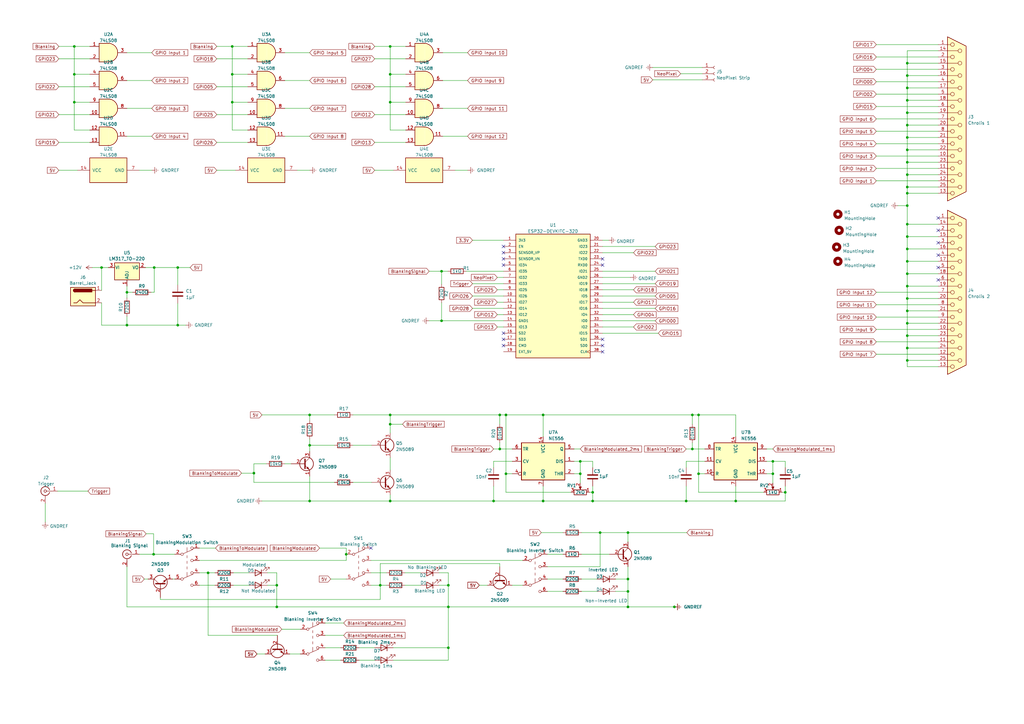
<source format=kicad_sch>
(kicad_sch (version 20230121) (generator eeschema)
  (paper "A3")
  (junction (at 72.898 133.35))
  (junction (at 372.11 132.588))
  (junction (at 63.246 109.728))
  (junction (at 52.07 133.35))
  (junction (at 141.986 227.33))
  (junction (at 160.02 205.486))
  (junction (at 222.758 205.486))
  (junction (at 257.556 248.92))
  (junction (at 286.512 170.18))
  (junction (at 316.992 194.31))
  (junction (at 246.126 218.44))
  (junction (at 283.972 170.18))
  (junction (at 243.078 201.93))
  (junction (at 372.11 25.908))
  (junction (at 207.518 194.31))
  (junction (at 30.48 19.05))
  (junction (at 207.518 170.18))
  (junction (at 372.11 102.108))
  (junction (at 41.656 109.728))
  (junction (at 322.072 201.93))
  (junction (at 104.14 194.056))
  (junction (at 204.978 170.18))
  (junction (at 372.11 142.748))
  (junction (at 95.25 30.48))
  (junction (at 222.758 170.18))
  (junction (at 372.11 107.188))
  (junction (at 127 205.486))
  (junction (at 181.102 131.572))
  (junction (at 372.11 30.988))
  (junction (at 372.11 112.268))
  (junction (at 204.978 184.15))
  (junction (at 85.344 234.95))
  (junction (at 372.11 79.248))
  (junction (at 160.02 170.18))
  (junction (at 160.02 173.99))
  (junction (at 95.25 41.91))
  (junction (at 72.898 109.728))
  (junction (at 372.11 41.148))
  (junction (at 202.438 205.486))
  (junction (at 372.11 84.328))
  (junction (at 243.078 205.486))
  (junction (at 372.11 127.508))
  (junction (at 160.02 41.91))
  (junction (at 52.07 119.888))
  (junction (at 183.896 265.684))
  (junction (at 372.11 137.668))
  (junction (at 237.998 189.23))
  (junction (at 286.512 194.31))
  (junction (at 257.556 218.44))
  (junction (at 257.556 237.49))
  (junction (at 183.896 248.92))
  (junction (at 372.11 66.548))
  (junction (at 127 182.626))
  (junction (at 372.11 56.388))
  (junction (at 127 170.18))
  (junction (at 301.752 205.486))
  (junction (at 372.11 51.308))
  (junction (at 281.432 205.486))
  (junction (at 372.11 71.628))
  (junction (at 160.02 30.48))
  (junction (at 276.606 248.92))
  (junction (at 155.956 240.03))
  (junction (at 181.102 111.252))
  (junction (at 372.11 36.068))
  (junction (at 372.11 117.348))
  (junction (at 30.48 41.91))
  (junction (at 372.11 97.028))
  (junction (at 372.11 147.828))
  (junction (at 183.896 240.03))
  (junction (at 113.538 240.03))
  (junction (at 257.556 242.57))
  (junction (at 95.25 19.05))
  (junction (at 372.11 122.428))
  (junction (at 372.11 76.708))
  (junction (at 62.992 227.33))
  (junction (at 372.11 46.228))
  (junction (at 372.11 91.948))
  (junction (at 30.48 30.48))
  (junction (at 372.11 61.468))
  (junction (at 113.538 248.92))
  (junction (at 283.972 184.15))
  (junction (at 237.998 194.31))
  (junction (at 316.992 189.23))
  (junction (at 160.02 19.05))
  (no_connect (at 206.502 106.172))
  (no_connect (at 206.502 141.732))
  (no_connect (at 206.502 101.092))
  (no_connect (at 152.146 224.79))
  (no_connect (at 247.142 144.272))
  (no_connect (at 206.502 136.652))
  (no_connect (at 206.502 108.712))
  (no_connect (at 384.81 89.408))
  (no_connect (at 384.81 94.488))
  (no_connect (at 384.81 104.648))
  (no_connect (at 384.81 99.568))
  (no_connect (at 384.81 109.728))
  (no_connect (at 384.81 114.808))
  (no_connect (at 247.142 106.172))
  (no_connect (at 206.502 103.632))
  (no_connect (at 247.142 141.732))
  (no_connect (at 247.142 108.712))
  (no_connect (at 247.142 139.192))
  (no_connect (at 206.502 139.192))
  (wire (pts (xy 283.972 184.15) (xy 289.052 184.15)))
  (wire (pts (xy 41.656 109.728) (xy 44.45 109.728)))
  (wire (pts (xy 181.61 55.88) (xy 191.77 55.88)))
  (wire (pts (xy 222.758 170.18) (xy 283.972 170.18)))
  (wire (pts (xy 57.15 69.85) (xy 62.23 69.85)))
  (wire (pts (xy 62.992 227.33) (xy 71.628 227.33)))
  (wire (pts (xy 183.896 248.92) (xy 183.896 265.684)))
  (wire (pts (xy 144.78 182.626) (xy 152.4 182.626)))
  (wire (pts (xy 235.458 189.23) (xy 237.998 189.23)))
  (wire (pts (xy 359.41 145.288) (xy 384.81 145.288)))
  (wire (pts (xy 115.57 258.064) (xy 123.19 258.064)))
  (wire (pts (xy 314.452 184.15) (xy 316.992 184.15)))
  (wire (pts (xy 139.7 265.684) (xy 133.35 265.684)))
  (wire (pts (xy 52.07 117.348) (xy 52.07 119.888)))
  (wire (pts (xy 301.752 205.486) (xy 322.072 205.486)))
  (wire (pts (xy 193.802 98.552) (xy 206.502 98.552)))
  (wire (pts (xy 359.41 124.968) (xy 384.81 124.968)))
  (wire (pts (xy 153.67 24.13) (xy 166.37 24.13)))
  (wire (pts (xy 202.438 199.39) (xy 202.438 205.486)))
  (wire (pts (xy 247.142 98.552) (xy 249.682 98.552)))
  (wire (pts (xy 133.35 260.604) (xy 140.97 260.604)))
  (wire (pts (xy 359.41 43.688) (xy 384.81 43.688)))
  (wire (pts (xy 160.02 19.05) (xy 166.37 19.05)))
  (wire (pts (xy 283.972 181.61) (xy 283.972 184.15)))
  (wire (pts (xy 281.432 199.39) (xy 281.432 205.486)))
  (wire (pts (xy 18.542 206.502) (xy 18.542 214.122)))
  (wire (pts (xy 127 182.626) (xy 127 180.086)))
  (wire (pts (xy 279.146 30.226) (xy 288.036 30.226)))
  (wire (pts (xy 301.752 170.18) (xy 301.752 179.07)))
  (wire (pts (xy 105.41 268.224) (xy 108.712 268.224)))
  (wire (pts (xy 372.11 66.548) (xy 384.81 66.548)))
  (wire (pts (xy 121.92 69.85) (xy 127 69.85)))
  (wire (pts (xy 243.078 199.39) (xy 243.078 201.93)))
  (wire (pts (xy 127 170.18) (xy 137.16 170.18)))
  (wire (pts (xy 180.086 234.95) (xy 183.896 234.95)))
  (wire (pts (xy 257.556 218.44) (xy 281.686 218.44)))
  (wire (pts (xy 243.078 189.23) (xy 243.078 191.77)))
  (wire (pts (xy 359.41 18.288) (xy 384.81 18.288)))
  (wire (pts (xy 283.972 170.18) (xy 286.512 170.18)))
  (wire (pts (xy 153.67 35.56) (xy 166.37 35.56)))
  (wire (pts (xy 52.07 44.45) (xy 62.23 44.45)))
  (wire (pts (xy 257.556 218.44) (xy 257.556 222.25)))
  (wire (pts (xy 30.48 19.05) (xy 36.83 19.05)))
  (wire (pts (xy 183.896 234.95) (xy 183.896 240.03)))
  (wire (pts (xy 257.556 242.57) (xy 252.476 242.57)))
  (wire (pts (xy 372.11 107.188) (xy 384.81 107.188)))
  (wire (pts (xy 30.48 41.91) (xy 30.48 53.34)))
  (wire (pts (xy 372.11 102.108) (xy 384.81 102.108)))
  (wire (pts (xy 286.512 201.93) (xy 313.182 201.93)))
  (wire (pts (xy 322.072 201.93) (xy 322.072 205.486)))
  (wire (pts (xy 372.11 66.548) (xy 372.11 71.628)))
  (wire (pts (xy 316.992 189.23) (xy 316.992 194.31)))
  (wire (pts (xy 52.07 21.59) (xy 62.23 21.59)))
  (wire (pts (xy 52.07 119.888) (xy 54.356 119.888)))
  (wire (pts (xy 57.15 227.33) (xy 62.992 227.33)))
  (wire (pts (xy 160.02 173.99) (xy 160.02 177.546)))
  (wire (pts (xy 153.67 69.85) (xy 161.29 69.85)))
  (wire (pts (xy 316.992 189.23) (xy 322.072 189.23)))
  (wire (pts (xy 322.072 189.23) (xy 322.072 191.77)))
  (wire (pts (xy 247.142 118.872) (xy 259.842 118.872)))
  (wire (pts (xy 41.656 124.206) (xy 41.656 133.35)))
  (wire (pts (xy 183.896 265.684) (xy 183.896 270.764)))
  (wire (pts (xy 316.992 194.31) (xy 316.992 198.12)))
  (wire (pts (xy 238.506 218.44) (xy 246.126 218.44)))
  (wire (pts (xy 113.538 240.03) (xy 113.538 248.92)))
  (wire (pts (xy 36.83 30.48) (xy 30.48 30.48)))
  (wire (pts (xy 372.11 97.028) (xy 384.81 97.028)))
  (wire (pts (xy 372.11 137.668) (xy 384.81 137.668)))
  (wire (pts (xy 210.058 240.03) (xy 214.376 240.03)))
  (wire (pts (xy 181.61 44.45) (xy 191.77 44.45)))
  (wire (pts (xy 109.22 190.246) (xy 104.14 190.246)))
  (wire (pts (xy 267.716 32.766) (xy 288.036 32.766)))
  (wire (pts (xy 152.146 229.87) (xy 214.376 229.87)))
  (wire (pts (xy 243.078 201.93) (xy 243.078 205.486)))
  (wire (pts (xy 372.11 142.748) (xy 384.81 142.748)))
  (wire (pts (xy 372.11 117.348) (xy 372.11 122.428)))
  (wire (pts (xy 63.246 109.728) (xy 72.898 109.728)))
  (wire (pts (xy 359.41 140.208) (xy 384.81 140.208)))
  (wire (pts (xy 243.078 205.486) (xy 281.432 205.486)))
  (wire (pts (xy 30.48 30.48) (xy 30.48 19.05)))
  (wire (pts (xy 30.48 41.91) (xy 36.83 41.91)))
  (wire (pts (xy 202.438 184.15) (xy 204.978 184.15)))
  (wire (pts (xy 160.02 187.706) (xy 160.02 192.786)))
  (wire (pts (xy 384.81 91.948) (xy 372.11 91.948)))
  (wire (pts (xy 109.728 240.03) (xy 113.538 240.03)))
  (wire (pts (xy 99.06 194.056) (xy 104.14 194.056)))
  (wire (pts (xy 107.442 205.486) (xy 127 205.486)))
  (wire (pts (xy 237.998 194.31) (xy 237.998 198.12)))
  (wire (pts (xy 153.67 270.764) (xy 147.32 270.764)))
  (wire (pts (xy 257.556 237.49) (xy 257.556 242.57)))
  (wire (pts (xy 59.69 109.728) (xy 63.246 109.728)))
  (wire (pts (xy 59.944 218.948) (xy 62.992 218.948)))
  (wire (pts (xy 237.998 189.23) (xy 243.078 189.23)))
  (wire (pts (xy 155.956 240.03) (xy 158.496 240.03)))
  (wire (pts (xy 113.538 234.95) (xy 113.538 240.03)))
  (wire (pts (xy 133.35 255.524) (xy 140.97 255.524)))
  (wire (pts (xy 181.61 21.59) (xy 191.77 21.59)))
  (wire (pts (xy 210.058 194.31) (xy 207.518 194.31)))
  (wire (pts (xy 221.996 218.44) (xy 230.886 218.44)))
  (wire (pts (xy 95.25 41.91) (xy 101.6 41.91)))
  (wire (pts (xy 24.13 24.13) (xy 36.83 24.13)))
  (wire (pts (xy 101.6 30.48) (xy 95.25 30.48)))
  (wire (pts (xy 207.518 194.31) (xy 207.518 201.93)))
  (wire (pts (xy 203.962 134.112) (xy 206.502 134.112)))
  (wire (pts (xy 104.14 197.866) (xy 137.16 197.866)))
  (wire (pts (xy 153.67 265.684) (xy 147.32 265.684)))
  (wire (pts (xy 203.962 118.872) (xy 206.502 118.872)))
  (wire (pts (xy 70.866 237.49) (xy 71.628 237.49)))
  (wire (pts (xy 52.07 232.41) (xy 52.07 248.92)))
  (wire (pts (xy 286.512 170.18) (xy 286.512 194.31)))
  (wire (pts (xy 176.022 131.572) (xy 181.102 131.572)))
  (wire (pts (xy 141.986 237.49) (xy 135.636 237.49)))
  (wire (pts (xy 359.41 135.128) (xy 384.81 135.128)))
  (wire (pts (xy 372.11 41.148) (xy 384.81 41.148)))
  (wire (pts (xy 372.11 51.308) (xy 384.81 51.308)))
  (wire (pts (xy 359.41 23.368) (xy 384.81 23.368)))
  (wire (pts (xy 127 205.486) (xy 160.02 205.486)))
  (wire (pts (xy 372.11 122.428) (xy 384.81 122.428)))
  (wire (pts (xy 384.81 150.368) (xy 372.11 150.368)))
  (wire (pts (xy 127 195.326) (xy 127 205.486)))
  (wire (pts (xy 222.758 199.39) (xy 222.758 205.486)))
  (wire (pts (xy 257.556 248.92) (xy 276.606 248.92)))
  (wire (pts (xy 24.13 58.42) (xy 36.83 58.42)))
  (wire (pts (xy 127 170.18) (xy 127 172.466)))
  (wire (pts (xy 72.898 109.728) (xy 77.978 109.728)))
  (wire (pts (xy 204.978 170.18) (xy 204.978 173.99)))
  (wire (pts (xy 116.84 44.45) (xy 127 44.45)))
  (wire (pts (xy 372.11 71.628) (xy 384.81 71.628)))
  (wire (pts (xy 202.438 189.23) (xy 202.438 191.77)))
  (wire (pts (xy 246.126 218.44) (xy 246.126 232.41)))
  (wire (pts (xy 95.25 41.91) (xy 95.25 53.34)))
  (wire (pts (xy 95.25 30.48) (xy 95.25 41.91)))
  (wire (pts (xy 95.25 30.48) (xy 95.25 19.05)))
  (wire (pts (xy 384.81 20.828) (xy 372.11 20.828)))
  (wire (pts (xy 257.556 232.41) (xy 257.556 237.49)))
  (wire (pts (xy 283.972 170.18) (xy 283.972 173.99)))
  (wire (pts (xy 113.538 234.95) (xy 109.728 234.95)))
  (wire (pts (xy 230.886 237.49) (xy 224.536 237.49)))
  (wire (pts (xy 267.716 27.686) (xy 288.036 27.686)))
  (wire (pts (xy 113.538 248.92) (xy 52.07 248.92)))
  (wire (pts (xy 372.11 61.468) (xy 372.11 66.548)))
  (wire (pts (xy 359.41 130.048) (xy 384.81 130.048)))
  (wire (pts (xy 322.072 199.39) (xy 322.072 201.93)))
  (wire (pts (xy 88.9 19.05) (xy 95.25 19.05)))
  (wire (pts (xy 202.438 205.486) (xy 222.758 205.486)))
  (wire (pts (xy 384.81 79.248) (xy 372.11 79.248)))
  (wire (pts (xy 193.802 126.492) (xy 206.502 126.492)))
  (wire (pts (xy 281.432 205.486) (xy 301.752 205.486)))
  (wire (pts (xy 116.84 21.59) (xy 127 21.59)))
  (wire (pts (xy 88.9 35.56) (xy 101.6 35.56)))
  (wire (pts (xy 118.872 268.224) (xy 123.19 268.224)))
  (wire (pts (xy 257.556 242.57) (xy 257.556 248.92)))
  (wire (pts (xy 372.11 147.828) (xy 372.11 150.368)))
  (wire (pts (xy 372.11 127.508) (xy 372.11 132.588)))
  (wire (pts (xy 107.442 170.18) (xy 127 170.18)))
  (wire (pts (xy 144.78 197.866) (xy 152.4 197.866)))
  (wire (pts (xy 372.11 25.908) (xy 372.11 30.988)))
  (wire (pts (xy 372.11 30.988) (xy 372.11 36.068)))
  (wire (pts (xy 281.432 189.23) (xy 289.052 189.23)))
  (wire (pts (xy 180.086 240.03) (xy 183.896 240.03)))
  (wire (pts (xy 359.41 64.008) (xy 384.81 64.008)))
  (wire (pts (xy 235.458 194.31) (xy 237.998 194.31)))
  (wire (pts (xy 372.11 25.908) (xy 384.81 25.908)))
  (wire (pts (xy 247.142 134.112) (xy 259.842 134.112)))
  (wire (pts (xy 246.126 232.41) (xy 224.536 232.41)))
  (wire (pts (xy 359.41 38.608) (xy 384.81 38.608)))
  (wire (pts (xy 104.14 190.246) (xy 104.14 194.056)))
  (wire (pts (xy 204.978 170.18) (xy 207.518 170.18)))
  (wire (pts (xy 210.058 189.23) (xy 202.438 189.23)))
  (wire (pts (xy 183.896 270.764) (xy 161.29 270.764)))
  (wire (pts (xy 141.986 224.79) (xy 141.986 227.33)))
  (wire (pts (xy 372.11 137.668) (xy 372.11 142.748)))
  (wire (pts (xy 238.506 227.33) (xy 249.936 227.33)))
  (wire (pts (xy 153.67 19.05) (xy 160.02 19.05)))
  (wire (pts (xy 372.11 122.428) (xy 372.11 127.508)))
  (wire (pts (xy 193.802 121.412) (xy 206.502 121.412)))
  (wire (pts (xy 372.11 84.328) (xy 368.3 84.328)))
  (wire (pts (xy 372.11 36.068) (xy 384.81 36.068)))
  (wire (pts (xy 372.11 84.328) (xy 372.11 91.948)))
  (wire (pts (xy 152.146 234.95) (xy 158.496 234.95)))
  (wire (pts (xy 183.642 111.252) (xy 181.102 111.252)))
  (wire (pts (xy 102.108 234.95) (xy 95.758 234.95)))
  (wire (pts (xy 24.13 69.85) (xy 31.75 69.85)))
  (wire (pts (xy 372.11 107.188) (xy 372.11 112.268)))
  (wire (pts (xy 247.142 131.572) (xy 268.732 131.572)))
  (wire (pts (xy 181.102 111.252) (xy 176.022 111.252)))
  (wire (pts (xy 30.48 53.34) (xy 36.83 53.34)))
  (wire (pts (xy 155.956 240.03) (xy 152.146 240.03)))
  (wire (pts (xy 241.808 201.93) (xy 243.078 201.93)))
  (wire (pts (xy 160.02 170.18) (xy 160.02 173.99)))
  (wire (pts (xy 193.802 116.332) (xy 206.502 116.332)))
  (wire (pts (xy 320.802 201.93) (xy 322.072 201.93)))
  (wire (pts (xy 281.432 184.15) (xy 283.972 184.15)))
  (wire (pts (xy 196.596 240.03) (xy 199.898 240.03)))
  (wire (pts (xy 203.962 123.952) (xy 206.502 123.952)))
  (wire (pts (xy 153.67 58.42) (xy 166.37 58.42)))
  (wire (pts (xy 247.142 101.092) (xy 268.732 101.092)))
  (wire (pts (xy 372.11 127.508) (xy 384.81 127.508)))
  (wire (pts (xy 88.9 69.85) (xy 96.52 69.85)))
  (wire (pts (xy 72.898 133.35) (xy 76.2 133.35)))
  (wire (pts (xy 81.788 229.87) (xy 141.986 229.87)))
  (wire (pts (xy 372.11 112.268) (xy 384.81 112.268)))
  (wire (pts (xy 372.11 56.388) (xy 384.81 56.388)))
  (wire (pts (xy 166.37 30.48) (xy 160.02 30.48)))
  (wire (pts (xy 191.262 111.252) (xy 206.502 111.252)))
  (wire (pts (xy 359.41 119.888) (xy 384.81 119.888)))
  (wire (pts (xy 155.956 240.03) (xy 155.956 245.872)))
  (wire (pts (xy 88.9 24.13) (xy 101.6 24.13)))
  (wire (pts (xy 237.998 189.23) (xy 237.998 194.31)))
  (wire (pts (xy 224.536 227.33) (xy 230.886 227.33)))
  (wire (pts (xy 286.512 194.31) (xy 289.052 194.31)))
  (wire (pts (xy 207.518 201.93) (xy 234.188 201.93)))
  (wire (pts (xy 113.792 260.604) (xy 85.344 260.604)))
  (wire (pts (xy 372.11 97.028) (xy 372.11 102.108)))
  (wire (pts (xy 372.11 76.708) (xy 372.11 79.248)))
  (wire (pts (xy 137.16 182.626) (xy 127 182.626)))
  (wire (pts (xy 359.41 28.448) (xy 384.81 28.448)))
  (wire (pts (xy 24.13 35.56) (xy 36.83 35.56)))
  (wire (pts (xy 372.11 46.228) (xy 372.11 51.308)))
  (wire (pts (xy 85.344 234.95) (xy 85.344 260.604)))
  (wire (pts (xy 81.788 224.79) (xy 88.392 224.79)))
  (wire (pts (xy 95.25 53.34) (xy 101.6 53.34)))
  (wire (pts (xy 59.182 237.49) (xy 60.706 237.49)))
  (wire (pts (xy 222.758 170.18) (xy 222.758 179.07)))
  (wire (pts (xy 141.986 227.33) (xy 141.986 229.87)))
  (wire (pts (xy 372.11 36.068) (xy 372.11 41.148)))
  (wire (pts (xy 359.41 33.528) (xy 384.81 33.528)))
  (wire (pts (xy 155.956 231.14) (xy 204.978 231.14)))
  (wire (pts (xy 41.656 133.35) (xy 52.07 133.35)))
  (wire (pts (xy 359.41 48.768) (xy 384.81 48.768)))
  (wire (pts (xy 372.11 102.108) (xy 372.11 107.188)))
  (wire (pts (xy 372.11 71.628) (xy 372.11 76.708)))
  (wire (pts (xy 30.48 30.48) (xy 30.48 41.91)))
  (wire (pts (xy 81.788 240.03) (xy 88.138 240.03)))
  (wire (pts (xy 359.41 58.928) (xy 384.81 58.928)))
  (wire (pts (xy 204.978 232.41) (xy 204.978 231.14)))
  (wire (pts (xy 372.11 142.748) (xy 372.11 147.828)))
  (wire (pts (xy 286.512 170.18) (xy 301.752 170.18)))
  (wire (pts (xy 372.11 41.148) (xy 372.11 46.228)))
  (wire (pts (xy 23.622 201.422) (xy 36.068 201.422)))
  (wire (pts (xy 247.142 111.252) (xy 268.732 111.252)))
  (wire (pts (xy 160.02 30.48) (xy 160.02 41.91)))
  (wire (pts (xy 85.344 234.95) (xy 81.788 234.95)))
  (wire (pts (xy 37.846 109.728) (xy 41.656 109.728)))
  (wire (pts (xy 204.978 184.15) (xy 210.058 184.15)))
  (wire (pts (xy 116.84 190.246) (xy 119.38 190.246)))
  (wire (pts (xy 235.458 184.15) (xy 237.998 184.15)))
  (wire (pts (xy 372.11 76.708) (xy 384.81 76.708)))
  (wire (pts (xy 257.556 218.44) (xy 246.126 218.44)))
  (wire (pts (xy 139.7 270.764) (xy 133.35 270.764)))
  (wire (pts (xy 183.896 240.03) (xy 183.896 248.92)))
  (wire (pts (xy 41.656 109.728) (xy 41.656 119.126)))
  (wire (pts (xy 372.11 56.388) (xy 372.11 61.468)))
  (wire (pts (xy 88.9 46.99) (xy 101.6 46.99)))
  (wire (pts (xy 52.07 133.35) (xy 72.898 133.35)))
  (wire (pts (xy 61.976 119.888) (xy 63.246 119.888)))
  (wire (pts (xy 113.538 248.92) (xy 183.896 248.92)))
  (wire (pts (xy 247.142 123.952) (xy 259.842 123.952)))
  (wire (pts (xy 160.02 41.91) (xy 160.02 53.34)))
  (wire (pts (xy 65.786 245.872) (xy 155.956 245.872)))
  (wire (pts (xy 204.978 181.61) (xy 204.978 184.15)))
  (wire (pts (xy 166.116 234.95) (xy 172.466 234.95)))
  (wire (pts (xy 186.69 69.85) (xy 191.77 69.85)))
  (wire (pts (xy 144.78 170.18) (xy 160.02 170.18)))
  (wire (pts (xy 257.556 248.92) (xy 183.896 248.92)))
  (wire (pts (xy 372.11 112.268) (xy 372.11 117.348)))
  (wire (pts (xy 161.29 265.684) (xy 183.896 265.684)))
  (wire (pts (xy 72.898 109.728) (xy 72.898 116.84)))
  (wire (pts (xy 203.962 113.792) (xy 206.502 113.792)))
  (wire (pts (xy 372.11 117.348) (xy 384.81 117.348)))
  (wire (pts (xy 160.02 202.946) (xy 160.02 205.486)))
  (wire (pts (xy 160.02 205.486) (xy 202.438 205.486)))
  (wire (pts (xy 65.786 245.11) (xy 65.786 245.872)))
  (wire (pts (xy 88.9 58.42) (xy 101.6 58.42)))
  (wire (pts (xy 63.246 109.728) (xy 63.246 119.888)))
  (wire (pts (xy 359.41 69.088) (xy 384.81 69.088)))
  (wire (pts (xy 160.02 30.48) (xy 160.02 19.05)))
  (wire (pts (xy 127 182.626) (xy 127 185.166)))
  (wire (pts (xy 359.41 53.848) (xy 384.81 53.848)))
  (wire (pts (xy 24.13 46.99) (xy 36.83 46.99)))
  (wire (pts (xy 281.432 189.23) (xy 281.432 191.77)))
  (wire (pts (xy 181.102 131.572) (xy 206.502 131.572)))
  (wire (pts (xy 247.142 129.032) (xy 259.842 129.032)))
  (wire (pts (xy 72.898 124.46) (xy 72.898 133.35)))
  (wire (pts (xy 286.512 194.31) (xy 286.512 201.93)))
  (wire (pts (xy 372.11 30.988) (xy 384.81 30.988)))
  (wire (pts (xy 230.886 242.57) (xy 224.536 242.57)))
  (wire (pts (xy 372.11 46.228) (xy 384.81 46.228)))
  (wire (pts (xy 244.856 242.57) (xy 238.506 242.57)))
  (wire (pts (xy 166.116 240.03) (xy 172.466 240.03)))
  (wire (pts (xy 372.11 132.588) (xy 384.81 132.588)))
  (wire (pts (xy 243.078 205.486) (xy 222.758 205.486)))
  (wire (pts (xy 116.84 55.88) (xy 127 55.88)))
  (wire (pts (xy 52.07 119.888) (xy 52.07 122.174)))
  (wire (pts (xy 52.07 55.88) (xy 62.23 55.88)))
  (wire (pts (xy 203.962 129.032) (xy 206.502 129.032)))
  (wire (pts (xy 155.956 240.03) (xy 155.956 231.14)))
  (wire (pts (xy 24.13 19.05) (xy 30.48 19.05)))
  (wire (pts (xy 372.11 91.948) (xy 372.11 97.028)))
  (wire (pts (xy 88.138 234.95) (xy 85.344 234.95)))
  (wire (pts (xy 372.11 132.588) (xy 372.11 137.668)))
  (wire (pts (xy 314.452 189.23) (xy 316.992 189.23)))
  (wire (pts (xy 301.752 199.39) (xy 301.752 205.486)))
  (wire (pts (xy 160.02 53.34) (xy 166.37 53.34)))
  (wire (pts (xy 181.102 111.252) (xy 181.102 116.586)))
  (wire (pts (xy 247.142 116.332) (xy 268.732 116.332)))
  (wire (pts (xy 372.11 79.248) (xy 372.11 84.328)))
  (wire (pts (xy 160.02 170.18) (xy 204.978 170.18)))
  (wire (pts (xy 244.856 237.49) (xy 238.506 237.49)))
  (wire (pts (xy 207.518 170.18) (xy 207.518 194.31)))
  (wire (pts (xy 372.11 147.828) (xy 384.81 147.828)))
  (wire (pts (xy 247.142 103.632) (xy 259.842 103.632)))
  (wire (pts (xy 62.992 218.948) (xy 62.992 227.33)))
  (wire (pts (xy 160.02 41.91) (xy 166.37 41.91)))
  (wire (pts (xy 95.758 240.03) (xy 102.108 240.03)))
  (wire (pts (xy 359.41 74.168) (xy 384.81 74.168)))
  (wire (pts (xy 247.142 126.492) (xy 268.732 126.492)))
  (wire (pts (xy 181.102 124.206) (xy 181.102 131.572)))
  (wire (pts (xy 252.476 237.49) (xy 257.556 237.49)))
  (wire (pts (xy 116.84 33.02) (xy 127 33.02)))
  (wire (pts (xy 372.11 51.308) (xy 372.11 56.388)))
  (wire (pts (xy 207.518 170.18) (xy 222.758 170.18)))
  (wire (pts (xy 247.142 121.412) (xy 268.732 121.412)))
  (wire (pts (xy 104.14 194.056) (xy 104.14 197.866)))
  (wire (pts (xy 372.11 20.828) (xy 372.11 25.908)))
  (wire (pts (xy 181.61 33.02) (xy 191.77 33.02)))
  (wire (pts (xy 314.452 194.31) (xy 316.992 194.31)))
  (wire (pts (xy 52.07 33.02) (xy 62.23 33.02)))
  (wire (pts (xy 153.67 46.99) (xy 166.37 46.99)))
  (wire (pts (xy 52.07 129.794) (xy 52.07 133.35)))
  (wire (pts (xy 247.142 136.652) (xy 270.002 136.652)))
  (wire (pts (xy 160.02 173.99) (xy 165.1 173.99)))
  (wire (pts (xy 372.11 61.468) (xy 384.81 61.468)))
  (wire (pts (xy 131.064 224.79) (xy 141.986 224.79)))
  (wire (pts (xy 247.142 113.792) (xy 258.572 113.792)))
  (wire (pts (xy 95.25 19.05) (xy 101.6 19.05)))
  (global_label "GPIO26" (shape input) (at 193.802 121.412 180) (property "Intersheetrefs" "${INTERSHEET_REFS}" (effects hide)))
  (global_label "BlankingToModulate" (shape input) (at 88.392 224.79 0) (property "Intersheetrefs" "${INTERSHEET_REFS}" (effects hide)))
  (global_label "BlankingTrigger" (shape input) (at 281.432 184.15 180) (property "Intersheetrefs" "${INTERSHEET_REFS}" (effects hide)))
  (global_label "GPIO Input 8" (shape input) (at 359.41 140.208 180) (property "Intersheetrefs" "${INTERSHEET_REFS}" (effects hide)))
  (global_label "GPIO Input 9" (shape input) (at 359.41 135.128 180) (property "Intersheetrefs" "${INTERSHEET_REFS}" (effects hide)))
  (global_label "5V" (shape input) (at 24.13 69.85 180) (property "Intersheetrefs" "${INTERSHEET_REFS}" (effects hide)))
  (global_label "GPIO23" (shape input) (at 268.732 101.092 0) (property "Intersheetrefs" "${INTERSHEET_REFS}" (effects hide)))
  (global_label "GPIO12" (shape input) (at 203.962 129.032 180) (property "Intersheetrefs" "${INTERSHEET_REFS}" (effects hide)))
  (global_label "GPIO19" (shape input) (at 24.13 58.42 180) (property "Intersheetrefs" "${INTERSHEET_REFS}" (effects hide)))
  (global_label "GPIO25" (shape input) (at 88.9 46.99 180) (property "Intersheetrefs" "${INTERSHEET_REFS}" (effects hide)))
  (global_label "GPIO16" (shape input) (at 268.732 126.492 0) (property "Intersheetrefs" "${INTERSHEET_REFS}" (effects hide)))
  (global_label "Blanking" (shape input) (at 24.13 19.05 180) (property "Intersheetrefs" "${INTERSHEET_REFS}" (effects hide)))
  (global_label "GPIO16" (shape input) (at 359.41 23.368 180) (property "Intersheetrefs" "${INTERSHEET_REFS}" (effects hide)))
  (global_label "5V" (shape input) (at 196.596 240.03 180) (property "Intersheetrefs" "${INTERSHEET_REFS}" (effects hide)))
  (global_label "GPIO Input 10" (shape input) (at 191.77 21.59 0) (property "Intersheetrefs" "${INTERSHEET_REFS}" (effects hide)))
  (global_label "5V" (shape input) (at 77.978 109.728 0) (property "Intersheetrefs" "${INTERSHEET_REFS}" (effects hide)))
  (global_label "GPIO Input 6" (shape input) (at 127 33.02 0) (property "Intersheetrefs" "${INTERSHEET_REFS}" (effects hide)))
  (global_label "GPIO00" (shape input) (at 268.732 131.572 0) (property "Intersheetrefs" "${INTERSHEET_REFS}" (effects hide)))
  (global_label "GPIO Input 1" (shape input) (at 359.41 74.168 180) (property "Intersheetrefs" "${INTERSHEET_REFS}" (effects hide)))
  (global_label "GPIO Input 1" (shape input) (at 62.23 21.59 0) (property "Intersheetrefs" "${INTERSHEET_REFS}" (effects hide)))
  (global_label "GPIO12" (shape input) (at 153.67 46.99 180) (property "Intersheetrefs" "${INTERSHEET_REFS}" (effects hide)))
  (global_label "BlankingTrigger" (shape input) (at 202.438 184.15 180) (property "Intersheetrefs" "${INTERSHEET_REFS}" (effects hide)))
  (global_label "GPIO00" (shape input) (at 359.41 33.528 180) (property "Intersheetrefs" "${INTERSHEET_REFS}" (effects hide)))
  (global_label "5V" (shape input) (at 221.996 218.44 180) (property "Intersheetrefs" "${INTERSHEET_REFS}" (effects hide)))
  (global_label "NeoPixel" (shape input) (at 279.146 30.226 180) (property "Intersheetrefs" "${INTERSHEET_REFS}" (effects hide)))
  (global_label "GPIO Input 4" (shape input) (at 359.41 58.928 180) (property "Intersheetrefs" "${INTERSHEET_REFS}" (effects hide)))
  (global_label "GPIO04" (shape input) (at 259.842 129.032 0) (property "Intersheetrefs" "${INTERSHEET_REFS}" (effects hide)))
  (global_label "GPIO28" (shape input) (at 193.802 126.492 180) (property "Intersheetrefs" "${INTERSHEET_REFS}" (effects hide)))
  (global_label "GPIO18" (shape input) (at 259.842 118.872 0) (property "Intersheetrefs" "${INTERSHEET_REFS}" (effects hide)))
  (global_label "GPIO Input 2" (shape input) (at 359.41 69.088 180) (property "Intersheetrefs" "${INTERSHEET_REFS}" (effects hide)))
  (global_label "GPIO17" (shape input) (at 359.41 18.288 180) (property "Intersheetrefs" "${INTERSHEET_REFS}" (effects hide)))
  (global_label "5V" (shape input) (at 59.182 237.49 180) (property "Intersheetrefs" "${INTERSHEET_REFS}" (effects hide)))
  (global_label "GPIO05" (shape input) (at 268.732 121.412 0) (property "Intersheetrefs" "${INTERSHEET_REFS}" (effects hide)))
  (global_label "BlankingModulated_2ms" (shape input) (at 237.998 184.15 0) (property "Intersheetrefs" "${INTERSHEET_REFS}" (effects hide)))
  (global_label "Blanking" (shape input) (at 281.686 218.44 0) (property "Intersheetrefs" "${INTERSHEET_REFS}" (effects hide)))
  (global_label "GPIO Input 6" (shape input) (at 359.41 48.768 180) (property "Intersheetrefs" "${INTERSHEET_REFS}" (effects hide)))
  (global_label "Trigger" (shape input) (at 193.802 116.332 180) (property "Intersheetrefs" "${INTERSHEET_REFS}" (effects hide)))
  (global_label "GPIO13" (shape input) (at 203.962 134.112 180) (property "Intersheetrefs" "${INTERSHEET_REFS}" (effects hide)))
  (global_label "GPIO13" (shape input) (at 153.67 58.42 180) (property "Intersheetrefs" "${INTERSHEET_REFS}" (effects hide)))
  (global_label "5V" (shape input) (at 88.9 69.85 180) (property "Intersheetrefs" "${INTERSHEET_REFS}" (effects hide)))
  (global_label "5V" (shape input) (at 153.67 69.85 180) (property "Intersheetrefs" "${INTERSHEET_REFS}" (effects hide)))
  (global_label "BlankingTrigger" (shape input) (at 165.1 173.99 0) (property "Intersheetrefs" "${INTERSHEET_REFS}" (effects hide)))
  (global_label "BlankingModulated" (shape input) (at 115.57 258.064 180) (property "Intersheetrefs" "${INTERSHEET_REFS}" (effects hide)))
  (global_label "GPIO17" (shape input) (at 259.842 123.952 0) (property "Intersheetrefs" "${INTERSHEET_REFS}" (effects hide)))
  (global_label "BlankingSignal" (shape input) (at 176.022 111.252 180) (property "Intersheetrefs" "${INTERSHEET_REFS}" (effects hide)))
  (global_label "5V" (shape input) (at 107.442 170.18 180) (property "Intersheetrefs" "${INTERSHEET_REFS}" (effects hide)))
  (global_label "GPIO26" (shape input) (at 88.9 58.42 180) (property "Intersheetrefs" "${INTERSHEET_REFS}" (effects hide)))
  (global_label "GPIO Input 3" (shape input) (at 62.23 44.45 0) (property "Intersheetrefs" "${INTERSHEET_REFS}" (effects hide)))
  (global_label "GPIO27" (shape input) (at 153.67 24.13 180) (property "Intersheetrefs" "${INTERSHEET_REFS}" (effects hide)))
  (global_label "Blanking" (shape input) (at 153.67 19.05 180) (property "Intersheetrefs" "${INTERSHEET_REFS}" (effects hide)))
  (global_label "BlankingModulated_2ms" (shape input) (at 140.97 255.524 0) (property "Intersheetrefs" "${INTERSHEET_REFS}" (effects hide)))
  (global_label "GPIO18" (shape input) (at 88.9 24.13 180) (property "Intersheetrefs" "${INTERSHEET_REFS}" (effects hide)))
  (global_label "GPIO02" (shape input) (at 259.842 134.112 0) (property "Intersheetrefs" "${INTERSHEET_REFS}" (effects hide)))
  (global_label "GPIO Input 10" (shape input) (at 359.41 130.048 180) (property "Intersheetrefs" "${INTERSHEET_REFS}" (effects hide)))
  (global_label "GPIO Input 3" (shape input) (at 359.41 64.008 180) (property "Intersheetrefs" "${INTERSHEET_REFS}" (effects hide)))
  (global_label "GPIO Input 7" (shape input) (at 127 44.45 0) (property "Intersheetrefs" "${INTERSHEET_REFS}" (effects hide)))
  (global_label "3.3V" (shape input) (at 193.802 98.552 180) (property "Intersheetrefs" "${INTERSHEET_REFS}" (effects hide)))
  (global_label "BlankingModulated_1ms" (shape input) (at 316.992 184.15 0) (property "Intersheetrefs" "${INTERSHEET_REFS}" (effects hide)))
  (global_label "GPIO28" (shape input) (at 153.67 35.56 180) (property "Intersheetrefs" "${INTERSHEET_REFS}" (effects hide)))
  (global_label "GPIO21" (shape input) (at 268.732 111.252 0) (property "Intersheetrefs" "${INTERSHEET_REFS}" (effects hide)))
  (global_label "GPIO Input 5" (shape input) (at 127 21.59 0) (property "Intersheetrefs" "${INTERSHEET_REFS}" (effects hide)))
  (global_label "5V" (shape input) (at 267.716 32.766 180) (property "Intersheetrefs" "${INTERSHEET_REFS}" (effects hide)))
  (global_label "GPIO15" (shape input) (at 270.002 136.652 0) (property "Intersheetrefs" "${INTERSHEET_REFS}" (effects hide)))
  (global_label "5V" (shape input) (at 196.596 240.03 180) (property "Intersheetrefs" "${INTERSHEET_REFS}" (effects hide)))
  (global_label "Trigger" (shape input) (at 36.068 201.422 0) (property "Intersheetrefs" "${INTERSHEET_REFS}" (effects hide)))
  (global_label "GPIO05" (shape input) (at 88.9 35.56 180) (property "Intersheetrefs" "${INTERSHEET_REFS}" (effects hide)))
  (global_label "GPIO Input 8" (shape input) (at 127 55.88 0) (property "Intersheetrefs" "${INTERSHEET_REFS}" (effects hide)))
  (global_label "BlankingSignal" (shape input) (at 59.944 218.948 180) (property "Intersheetrefs" "${INTERSHEET_REFS}" (effects hide)))
  (global_label "GPIO04" (shape input) (at 359.41 28.448 180) (property "Intersheetrefs" "${INTERSHEET_REFS}" (effects hide)))
  (global_label "GPIO15" (shape input) (at 359.41 43.688 180) (property "Intersheetrefs" "${INTERSHEET_REFS}" (effects hide)))
  (global_label "GPIO Input 5" (shape input) (at 359.41 53.848 180) (property "Intersheetrefs" "${INTERSHEET_REFS}" (effects hide)))
  (global_label "GPIO25" (shape input) (at 203.962 118.872 180) (property "Intersheetrefs" "${INTERSHEET_REFS}" (effects hide)))
  (global_label "GPIO Input 9" (shape input) (at 191.77 33.02 0) (property "Intersheetrefs" "${INTERSHEET_REFS}" (effects hide)))
  (global_label "GPIO Input 12" (shape input) (at 191.77 55.88 0) (property "Intersheetrefs" "${INTERSHEET_REFS}" (effects hide)))
  (global_label "GPIO22" (shape input) (at 259.842 103.632 0) (property "Intersheetrefs" "${INTERSHEET_REFS}" (effects hide)))
  (global_label "BlankingModulated_1ms" (shape input) (at 140.97 260.604 0) (property "Intersheetrefs" "${INTERSHEET_REFS}" (effects hide)))
  (global_label "BlankingModulated" (shape input) (at 131.064 224.79 180) (property "Intersheetrefs" "${INTERSHEET_REFS}" (effects hide)))
  (global_label "Blanking" (shape input) (at 88.9 19.05 180) (property "Intersheetrefs" "${INTERSHEET_REFS}" (effects hide)))
  (global_label "GPIO19" (shape input) (at 268.732 116.332 0) (property "Intersheetrefs" "${INTERSHEET_REFS}" (effects hide)))
  (global_label "NeoPixel" (shape input) (at 203.962 113.792 180) (property "Intersheetrefs" "${INTERSHEET_REFS}" (effects hide)))
  (global_label "5V" (shape input) (at 105.41 268.224 180) (property "Intersheetrefs" "${INTERSHEET_REFS}" (effects hide)))
  (global_label "GPIO Input 11" (shape input) (at 191.77 44.45 0) (property "Intersheetrefs" "${INTERSHEET_REFS}" (effects hide)))
  (global_label "GPIO27" (shape input) (at 203.962 123.952 180) (property "Intersheetrefs" "${INTERSHEET_REFS}" (effects hide)))
  (global_label "GPIO02" (shape input) (at 359.41 38.608 180) (property "Intersheetrefs" "${INTERSHEET_REFS}" (effects hide)))
  (global_label "GPIO Input 11" (shape input) (at 359.41 124.968 180) (property "Intersheetrefs" "${INTERSHEET_REFS}" (effects hide)))
  (global_label "GPIO23" (shape input) (at 24.13 24.13 180) (property "Intersheetrefs" "${INTERSHEET_REFS}" (effects hide)))
  (global_label "GPIO Input 2" (shape input) (at 62.23 33.02 0) (property "Intersheetrefs" "${INTERSHEET_REFS}" (effects hide)))
  (global_label "GPIO Input 4" (shape input) (at 62.23 55.88 0) (property "Intersheetrefs" "${INTERSHEET_REFS}" (effects hide)))
  (global_label "GPIO Input 7" (shape input) (at 359.41 145.288 180) (property "Intersheetrefs" "${INTERSHEET_REFS}" (effects hide)))
  (global_label "GPIO21" (shape input) (at 24.13 46.99 180) (property "Intersheetrefs" "${INTERSHEET_REFS}" (effects hide)))
  (global_label "GPIO Input 12" (shape input) (at 359.41 119.888 180) (property "Intersheetrefs" "${INTERSHEET_REFS}" (effects hide)))
  (global_label "5V" (shape input) (at 135.636 237.49 180) (property "Intersheetrefs" "${INTERSHEET_REFS}" (effects hide)))
  (global_label "BlankingToModulate" (shape input) (at 99.06 194.056 180) (property "Intersheetrefs" "${INTERSHEET_REFS}" (effects hide)))
  (global_label "5V" (shape input) (at 105.41 268.224 180) (property "Intersheetrefs" "${INTERSHEET_REFS}" (effects hide)))
  (global_label "GPIO22" (shape input) (at 24.13 35.56 180) (property "Intersheetrefs" "${INTERSHEET_REFS}" (effects hide)))
  (symbol (lib_id "Device:R_Potentiometer") (at 237.998 201.93 270) (mirror x) (unit 1)
    (property "Reference" "RV1" (at 234.442 199.136 90))
    (property "Value" "2kΩ" (at 237.998 201.93 90))
    (property "Footprint" "Potentiometer_THT:Potentiometer_Vishay_43_Horizontal" (effects hide))
  )
  (symbol (lib_id "74xx:74LS08") (at 173.99 55.88 0) (unit 4)
    (property "Reference" "U4" (at 173.99 48.3702 0))
    (property "Value" "74LS08" (at 173.99 50.9071 0))
    (property "Footprint" "Package_DIP:DIP-14_W7.62mm_LongPads" (effects hide))
    (property "Datasheet" "http://www.ti.com/lit/gpn/sn74LS08" (effects hide))
  )
  (symbol (lib_id "Device:R") (at 181.102 120.396 0) (mirror x) (unit 1)
    (property "Reference" "R2" (at 183.007 120.396 90))
    (property "Value" "2kΩ" (at 181.102 120.396 90))
    (property "Footprint" "Resistor_THT:R_Axial_DIN0309_L9.0mm_D3.2mm_P15.24mm_Horizontal" (effects hide))
  )
  (symbol (lib_id "power:GNDREF") (at 18.542 214.122 0) (unit 1)
    (property "Reference" "#PWR0107" (effects hide))
    (property "Value" "GNDREF" (at 20.447 215.8258 0) (effects (justify left)))
  )
  (symbol (lib_id "Mechanical:MountingHole") (at 343.662 107.188 0) (unit 1)
    (property "Reference" "H4" (at 346.202 106.3533 0) (effects (justify left)))
    (property "Value" "MountingHole" (at 346.202 108.8902 0) (effects (justify left)))
    (property "Footprint" "MountingHole:MountingHole_3mm" (effects hide))
  )
  (symbol (lib_id "Device:R") (at 140.97 182.626 270) (mirror x) (unit 1)
    (property "Reference" "R15" (at 140.97 180.086 90))
    (property "Value" "10kΩ" (at 140.97 182.626 90))
    (property "Footprint" "Resistor_THT:R_Axial_DIN0309_L9.0mm_D3.2mm_P15.24mm_Horizontal" (effects hide))
  )
  (symbol (lib_id "Device:C") (at 243.078 195.58 180) (unit 1)
    (property "Reference" "C3" (at 244.856 193.294 0))
    (property "Value" "1μF" (at 247.65 195.326 0))
    (property "Footprint" "Capacitor_THT:C_Radial_D5.0mm_H5.0mm_P2.00mm" (effects hide))
  )
  (symbol (lib_id "Transistor_BJT:2N2219") (at 124.46 190.246 0) (unit 1)
    (property "Reference" "Q7" (at 130.556 188.976 0) (effects (justify left)))
    (property "Value" "2N5089" (at 130.556 191.516 0) (effects (justify left)))
    (property "Footprint" "Package_TO_SOT_THT:TO-92L_Inline_Wide" (effects hide))
    (property "Datasheet" "http://www.onsemi.com/pub_link/Collateral/2N2219-D.PDF" (effects hide))
  )
  (symbol (lib_id "power:GNDREF") (at 76.2 133.35 90) (unit 1)
    (property "Reference" "#PWR03" (effects hide))
    (property "Value" "GNDREF" (at 79.756 133.35 90) (effects (justify right)))
  )
  (symbol (lib_id "power:GNDREF") (at 62.23 69.85 90) (unit 1)
    (property "Reference" "#PWR0103" (effects hide))
    (property "Value" "GNDREF" (at 73.66 69.85 90) (effects (justify left)))
  )
  (symbol (lib_id "Device:LED") (at 105.918 240.03 180) (unit 1)
    (property "Reference" "D6" (at 103.124 239.268 0))
    (property "Value" "Not Modulated" (at 105.918 242.316 0))
    (property "Footprint" "LED_THT:LED_D3.0mm" (effects hide))
  )
  (symbol (lib_id "Regulator_Linear:LM317_TO-220") (at 52.07 109.728 0) (unit 1)
    (property "Reference" "U5" (at 52.07 103.6787 0))
    (property "Value" "LM317_TO-220" (at 52.07 106.1029 0))
    (property "Footprint" "Package_TO_SOT_THT:TO-220-3_Vertical" (effects hide))
    (property "Datasheet" "http://www.ti.com/lit/ds/symlink/lm317.pdf" (effects hide))
  )
  (symbol (lib_id "74xx:74LS08") (at 44.45 44.45 0) (unit 3)
    (property "Reference" "U2" (at 44.45 36.9402 0))
    (property "Value" "74LS08" (at 44.45 39.4771 0))
    (property "Footprint" "Package_DIP:DIP-14_W7.62mm_LongPads" (effects hide))
    (property "Datasheet" "http://www.ti.com/lit/gpn/sn74LS08" (effects hide))
  )
  (symbol (lib_id "74xx:74LS08") (at 173.99 33.02 0) (unit 2)
    (property "Reference" "U4" (at 173.99 25.5102 0))
    (property "Value" "74LS08" (at 173.99 28.0471 0))
    (property "Footprint" "Package_DIP:DIP-14_W7.62mm_LongPads" (effects hide))
    (property "Datasheet" "http://www.ti.com/lit/gpn/sn74LS08" (effects hide))
  )
  (symbol (lib_id "power:GNDREF") (at 276.606 248.92 90) (unit 1)
    (property "Reference" "#PWR0106" (effects hide))
    (property "Value" "GNDREF" (at 288.036 248.92 90) (effects (justify left)))
  )
  (symbol (lib_id "Device:R") (at 187.452 111.252 270) (mirror x) (unit 1)
    (property "Reference" "R1" (at 191.262 109.982 90))
    (property "Value" "1kΩ" (at 187.452 111.252 90))
    (property "Footprint" "Resistor_THT:R_Axial_DIN0309_L9.0mm_D3.2mm_P15.24mm_Horizontal" (effects hide))
  )
  (symbol (lib_id "74xx:74LS08") (at 44.45 21.59 0) (unit 1)
    (property "Reference" "U2" (at 44.45 14.0802 0))
    (property "Value" "74LS08" (at 44.45 16.6171 0))
    (property "Footprint" "Package_DIP:DIP-14_W7.62mm_LongPads" (effects hide))
    (property "Datasheet" "http://www.ti.com/lit/gpn/sn74LS08" (effects hide))
  )
  (symbol (lib_id "Connector:DB25_Female") (at 392.43 48.768 0) (unit 1)
    (property "Reference" "J3" (at 397.002 47.9333 0) (effects (justify left)))
    (property "Value" "Chrolis 1" (at 397.002 50.4702 0) (effects (justify left)))
    (property "Footprint" "Connector_Dsub:DSUB-25_Female_Horizontal_P2.77x2.84mm_EdgePinOffset9.90mm_Housed_MountingHolesOffset11.32mm" (effects hide))
    (property "Datasheet" " ~" (effects hide))
  )
  (symbol (lib_id "Transistor_BJT:2N2219") (at 204.978 237.49 90) (mirror x) (unit 1)
    (property "Reference" "Q2" (at 204.978 243.6098 90))
    (property "Value" "2N5089" (at 204.978 246.1467 90))
    (property "Footprint" "Package_TO_SOT_THT:TO-92L_Inline_Wide" (effects hide))
    (property "Datasheet" "http://www.onsemi.com/pub_link/Collateral/2N2219-D.PDF" (effects hide))
  )
  (symbol (lib_id "power:GNDREF") (at 176.022 131.572 270) (mirror x) (unit 1)
    (property "Reference" "#PWR0102" (effects hide))
    (property "Value" "GNDREF" (at 164.592 131.572 90) (effects (justify left)))
  )
  (symbol (lib_id "Connector:DB25_Female") (at 392.43 119.888 0) (unit 1)
    (property "Reference" "J4" (at 397.002 119.0533 0) (effects (justify left)))
    (property "Value" "Chrolis 2" (at 397.002 121.5902 0) (effects (justify left)))
    (property "Footprint" "Connector_Dsub:DSUB-25_Female_Horizontal_P2.77x2.84mm_EdgePinOffset9.90mm_Housed_MountingHolesOffset11.32mm" (effects hide))
    (property "Datasheet" " ~" (effects hide))
  )
  (symbol (lib_id "74xx:74LS08") (at 44.45 69.85 90) (unit 5)
    (property "Reference" "U2" (at 44.45 61.0702 90))
    (property "Value" "74LS08" (at 44.45 63.6071 90))
    (property "Footprint" "Package_DIP:DIP-14_W7.62mm_LongPads" (effects hide))
    (property "Datasheet" "http://www.ti.com/lit/gpn/sn74LS08" (effects hide))
  )
  (symbol (lib_id "Device:C") (at 202.438 195.58 0) (unit 1)
    (property "Reference" "C2" (at 199.136 193.04 0) (effects (justify left)))
    (property "Value" "10nF" (at 195.072 195.58 0) (effects (justify left)))
    (property "Footprint" "Capacitor_THT:C_Rect_L11.0mm_W4.2mm_P10.00mm_MKT" (effects hide))
  )
  (symbol (lib_id "Device:R") (at 162.306 240.03 270) (unit 1)
    (property "Reference" "R3" (at 162.306 242.57 90))
    (property "Value" "220Ω" (at 162.306 240.03 90))
    (property "Footprint" "Resistor_THT:R_Axial_DIN0309_L9.0mm_D3.2mm_P15.24mm_Horizontal" (effects hide))
  )
  (symbol (lib_id "Device:R") (at 91.948 240.03 270) (unit 1)
    (property "Reference" "R12" (at 91.948 242.57 90))
    (property "Value" "220Ω" (at 91.948 240.03 90))
    (property "Footprint" "Resistor_THT:R_Axial_DIN0309_L9.0mm_D3.2mm_P15.24mm_Horizontal" (effects hide))
  )
  (symbol (lib_id "Switch:SW_Push_DPDT") (at 147.066 232.41 0) (unit 1)
    (property "Reference" "SW1" (at 147.066 220.7092 0))
    (property "Value" "Blanking Switch" (at 147.066 223.2461 0))
    (property "Footprint" "Maxime:maxi_DPDT_Angled" (effects hide))
  )
  (symbol (lib_id "Connector:Conn_Coaxial") (at 52.07 227.33 0) (mirror y) (unit 1)
    (property "Reference" "J1" (at 52.3874 221.8036 0))
    (property "Value" "Blanking Signal" (at 53.086 223.774 0))
    (property "Footprint" "Maxime:BNC_Socket_TYCO-AMP_LargePads" (effects hide))
    (property "Datasheet" " ~" (effects hide))
  )
  (symbol (lib_id "power:+12V") (at 37.846 109.728 90) (unit 1)
    (property "Reference" "#PWR02" (effects hide))
    (property "Value" "+12V" (at 33.528 109.728 90) (effects (justify left)))
  )
  (symbol (lib_id "Switch:SW_Push_DPDT") (at 219.456 234.95 0) (unit 1)
    (property "Reference" "SW2" (at 219.456 223.2492 0))
    (property "Value" "Blanking Inverter Switch" (at 219.456 225.7861 0))
    (property "Footprint" "Maxime:maxi_DPDT_Angled" (effects hide))
  )
  (symbol (lib_id "Device:R") (at 162.306 234.95 270) (unit 1)
    (property "Reference" "R4" (at 162.306 237.49 90))
    (property "Value" "220Ω" (at 162.306 234.95 90))
    (property "Footprint" "Resistor_THT:R_Axial_DIN0309_L9.0mm_D3.2mm_P15.24mm_Horizontal" (effects hide))
  )
  (symbol (lib_id "power:GNDREF") (at 191.77 69.85 90) (unit 1)
    (property "Reference" "#PWR0109" (effects hide))
    (property "Value" "GNDREF" (at 203.2 69.85 90) (effects (justify left)))
  )
  (symbol (lib_id "power:GNDREF") (at 107.442 205.486 270) (unit 1)
    (property "Reference" "#PWR04" (effects hide))
    (property "Value" "GNDREF" (at 97.028 205.486 90) (effects (justify left)))
  )
  (symbol (lib_id "Transistor_BJT:2N2219") (at 113.792 265.684 90) (mirror x) (unit 1)
    (property "Reference" "Q4" (at 113.792 271.8038 90))
    (property "Value" "2N5089" (at 113.792 274.3407 90))
    (property "Footprint" "Package_TO_SOT_THT:TO-92L_Inline_Wide" (effects hide))
    (property "Datasheet" "http://www.onsemi.com/pub_link/Collateral/2N2219-D.PDF" (effects hide))
  )
  (symbol (lib_id "Device:R") (at 234.696 242.57 270) (mirror x) (unit 1)
    (property "Reference" "R8" (at 234.696 240.03 90))
    (property "Value" "220Ω" (at 234.696 242.57 90))
    (property "Footprint" "Resistor_THT:R_Axial_DIN0309_L9.0mm_D3.2mm_P15.24mm_Horizontal" (effects hide))
  )
  (symbol (lib_id "Mechanical:MountingHole") (at 343.154 101.346 0) (unit 1)
    (property "Reference" "H3" (at 345.694 100.5113 0) (effects (justify left)))
    (property "Value" "MountingHole" (at 345.694 103.0482 0) (effects (justify left)))
    (property "Footprint" "MountingHole:MountingHole_3mm" (effects hide))
  )
  (symbol (lib_id "power:GNDREF") (at 267.716 27.686 270) (unit 1)
    (property "Reference" "#PWR0108" (effects hide))
    (property "Value" "GNDREF" (at 256.286 27.686 90) (effects (justify left)))
  )
  (symbol (lib_id "Device:R") (at 58.166 119.888 270) (mirror x) (unit 1)
    (property "Reference" "R9" (at 58.166 117.348 90))
    (property "Value" "240Ω" (at 58.166 119.888 90))
    (property "Footprint" "Resistor_THT:R_Axial_DIN0309_L9.0mm_D3.2mm_P15.24mm_Horizontal" (effects hide))
  )
  (symbol (lib_id "Device:R") (at 140.97 170.18 270) (mirror x) (unit 1)
    (property "Reference" "R17" (at 140.97 167.64 90))
    (property "Value" "1kΩ" (at 140.97 170.18 90))
    (property "Footprint" "Resistor_THT:R_Axial_DIN0309_L9.0mm_D3.2mm_P15.24mm_Horizontal" (effects hide))
  )
  (symbol (lib_id "Device:R") (at 234.696 227.33 270) (mirror x) (unit 1)
    (property "Reference" "R6" (at 234.696 224.79 90))
    (property "Value" "1kΩ" (at 234.696 227.33 90))
    (property "Footprint" "Resistor_THT:R_Axial_DIN0309_L9.0mm_D3.2mm_P15.24mm_Horizontal" (effects hide))
  )
  (symbol (lib_id "Device:LED") (at 248.666 237.49 180) (unit 1)
    (property "Reference" "D3" (at 245.872 236.474 0))
    (property "Value" "Inverted LED" (at 247.396 233.68 0))
    (property "Footprint" "LED_THT:LED_D3.0mm" (effects hide))
  )
  (symbol (lib_id "Device:C") (at 322.072 195.58 180) (unit 1)
    (property "Reference" "C5" (at 323.85 193.294 0))
    (property "Value" "1μF" (at 326.644 195.326 0))
    (property "Footprint" "Capacitor_THT:C_Radial_D5.0mm_H5.0mm_P2.00mm" (effects hide))
  )
  (symbol (lib_id "Connector:Barrel_Jack") (at 34.036 121.666 0) (unit 1)
    (property "Reference" "J6" (at 34.036 113.7117 0))
    (property "Value" "Barrel_Jack" (at 34.036 116.1359 0))
    (property "Footprint" "Connector_BarrelJack:BarrelJack_Horizontal" (effects hide))
  )
  (symbol (lib_id "Device:R") (at 91.948 234.95 270) (unit 1)
    (property "Reference" "R11" (at 91.948 237.49 90))
    (property "Value" "220Ω" (at 91.948 234.95 90))
    (property "Footprint" "Resistor_THT:R_Axial_DIN0309_L9.0mm_D3.2mm_P15.24mm_Horizontal" (effects hide))
  )
  (symbol (lib_id "74xx:74LS08") (at 109.22 55.88 0) (unit 4)
    (property "Reference" "U3" (at 109.22 48.3702 0))
    (property "Value" "74LS08" (at 109.22 50.9071 0))
    (property "Footprint" "Package_DIP:DIP-14_W7.62mm_LongPads" (effects hide))
    (property "Datasheet" "http://www.ti.com/lit/gpn/sn74LS08" (effects hide))
  )
  (symbol (lib_id "Transistor_BJT:2N2219") (at 65.786 240.03 90) (unit 1)
    (property "Reference" "Q3" (at 65.786 233.9102 90))
    (property "Value" "2N5089" (at 65.786 231.3733 90))
    (property "Footprint" "Package_TO_SOT_THT:TO-92L_Inline_Wide" (effects hide))
    (property "Datasheet" "http://www.onsemi.com/pub_link/Collateral/2N2219-D.PDF" (effects hide))
  )
  (symbol (lib_id "Device:LED") (at 157.48 270.764 180) (unit 1)
    (property "Reference" "D8" (at 154.686 270.002 0))
    (property "Value" "Blanking 1ms" (at 154.432 273.05 0))
    (property "Footprint" "LED_THT:LED_D3.0mm" (effects hide))
  )
  (symbol (lib_id "Mechanical:MountingHole") (at 343.662 87.884 0) (unit 1)
    (property "Reference" "H1" (at 346.202 87.0493 0) (effects (justify left)))
    (property "Value" "MountingHole" (at 346.202 89.5862 0) (effects (justify left)))
    (property "Footprint" "MountingHole:MountingHole_3mm" (effects hide))
  )
  (symbol (lib_id "Device:R") (at 127 176.276 0) (mirror y) (unit 1)
    (property "Reference" "R18" (at 124.46 176.276 90))
    (property "Value" "1kΩ" (at 127 176.276 90))
    (property "Footprint" "Resistor_THT:R_Axial_DIN0309_L9.0mm_D3.2mm_P15.24mm_Horizontal" (effects hide))
  )
  (symbol (lib_id "74xx:74LS08") (at 44.45 33.02 0) (unit 2)
    (property "Reference" "U2" (at 44.45 25.5102 0))
    (property "Value" "74LS08" (at 44.45 28.0471 0))
    (property "Footprint" "Package_DIP:DIP-14_W7.62mm_LongPads" (effects hide))
    (property "Datasheet" "http://www.ti.com/lit/gpn/sn74LS08" (effects hide))
  )
  (symbol (lib_id "Device:LED") (at 157.48 265.684 180) (unit 1)
    (property "Reference" "D7" (at 154.686 266.954 0))
    (property "Value" "Blanking 2ms" (at 153.416 263.398 0))
    (property "Footprint" "LED_THT:LED_D3.0mm" (effects hide))
  )
  (symbol (lib_id "Device:C") (at 72.898 120.65 0) (unit 1)
    (property "Reference" "C1" (at 76.2 119.38 0) (effects (justify left)))
    (property "Value" "1μF" (at 76.2 121.92 0) (effects (justify left)))
    (property "Footprint" "Capacitor_THT:C_Radial_D5.0mm_H5.0mm_P2.00mm" (effects hide))
  )
  (symbol (lib_id "74xx:74LS08") (at 173.99 44.45 0) (unit 3)
    (property "Reference" "U4" (at 173.99 36.9402 0))
    (property "Value" "74LS08" (at 173.99 39.4771 0))
    (property "Footprint" "Package_DIP:DIP-14_W7.62mm_LongPads" (effects hide))
    (property "Datasheet" "http://www.ti.com/lit/gpn/sn74LS08" (effects hide))
  )
  (symbol (lib_id "74xx:74LS08") (at 109.22 21.59 0) (unit 1)
    (property "Reference" "U3" (at 109.22 14.0802 0))
    (property "Value" "74LS08" (at 109.22 16.6171 0))
    (property "Footprint" "Package_DIP:DIP-14_W7.62mm_LongPads" (effects hide))
    (property "Datasheet" "http://www.ti.com/lit/gpn/sn74LS08" (effects hide))
  )
  (symbol (lib_id "Device:C") (at 281.432 195.58 0) (unit 1)
    (property "Reference" "C4" (at 278.13 193.04 0) (effects (justify left)))
    (property "Value" "10nF" (at 274.066 195.58 0) (effects (justify left)))
    (property "Footprint" "Capacitor_THT:C_Rect_L11.0mm_W4.2mm_P10.00mm_MKT" (effects hide))
  )
  (symbol (lib_id "Device:LED") (at 105.918 234.95 180) (unit 1)
    (property "Reference" "D5" (at 102.87 233.934 0))
    (property "Value" "Modulated" (at 104.267 231.648 0))
    (property "Footprint" "LED_THT:LED_D3.0mm" (effects hide))
  )
  (symbol (lib_id "Timer:NE556") (at 301.752 189.23 0) (unit 2)
    (property "Reference" "U7" (at 303.9461 177.292 0) (effects (justify left)))
    (property "Value" "NE556" (at 303.9461 179.832 0) (effects (justify left)))
    (property "Footprint" "Package_DIP:DIP-12_W7.62mm_LongPads" (effects hide))
    (property "Datasheet" "http://www.ti.com/lit/ds/symlink/ne556.pdf" (effects hide))
  )
  (symbol (lib_id "Device:LED") (at 176.276 234.95 180) (unit 1)
    (property "Reference" "D2" (at 173.482 235.966 0))
    (property "Value" "No Blanking LED" (at 175.26 232.664 0))
    (property "Footprint" "LED_THT:LED_D3.0mm" (effects hide))
  )
  (symbol (lib_id "Device:R") (at 143.51 265.684 270) (mirror x) (unit 1)
    (property "Reference" "R14" (at 143.51 263.144 90))
    (property "Value" "220Ω" (at 143.51 265.684 90))
    (property "Footprint" "Resistor_THT:R_Axial_DIN0309_L9.0mm_D3.2mm_P15.24mm_Horizontal" (effects hide))
  )
  (symbol (lib_id "power:GNDREF") (at 258.572 113.792 90) (unit 1)
    (property "Reference" "#PWR0105" (effects hide))
    (property "Value" "GNDREF" (at 261.747 114.2258 90) (effects (justify right)))
  )
  (symbol (lib_id "Transistor_BJT:2N2219") (at 157.48 182.626 0) (unit 1)
    (property "Reference" "Q5" (at 162.3314 181.7913 0) (effects (justify left)))
    (property "Value" "2N5089" (at 162.3314 184.3282 0) (effects (justify left)))
    (property "Footprint" "Package_TO_SOT_THT:TO-92L_Inline_Wide" (effects hide))
    (property "Datasheet" "http://www.onsemi.com/pub_link/Collateral/2N2219-D.PDF" (effects hide))
  )
  (symbol (lib_id "Device:R") (at 283.972 177.8 0) (mirror y) (unit 1)
    (property "Reference" "R13" (at 281.432 177.8 90))
    (property "Value" "10kΩ" (at 283.972 177.8 90))
    (property "Footprint" "Resistor_THT:R_Axial_DIN0309_L9.0mm_D3.2mm_P15.24mm_Horizontal" (effects hide))
  )
  (symbol (lib_id "Transistor_BJT:2N2219") (at 255.016 227.33 0) (unit 1)
    (property "Reference" "Q1" (at 259.8674 226.4953 0) (effects (justify left)))
    (property "Value" "2N5089" (at 259.8674 229.0322 0) (effects (justify left)))
    (property "Footprint" "Package_TO_SOT_THT:TO-92L_Inline_Wide" (effects hide))
    (property "Datasheet" "http://www.onsemi.com/pub_link/Collateral/2N2219-D.PDF" (effects hide))
  )
  (symbol (lib_id "Device:R") (at 234.696 218.44 270) (mirror x) (unit 1)
    (property "Reference" "R5" (at 234.696 215.9 90))
    (property "Value" "150Ω" (at 234.696 218.44 90))
    (property "Footprint" "Resistor_THT:R_Axial_DIN0309_L9.0mm_D3.2mm_P15.24mm_Horizontal" (effects hide))
  )
  (symbol (lib_id "74xx:74LS08") (at 109.22 44.45 0) (unit 3)
    (property "Reference" "U3" (at 109.22 36.9402 0))
    (property "Value" "74LS08" (at 109.22 39.4771 0))
    (property "Footprint" "Package_DIP:DIP-14_W7.62mm_LongPads" (effects hide))
    (property "Datasheet" "http://www.ti.com/lit/gpn/sn74LS08" (effects hide))
  )
  (symbol (lib_id "power:GNDREF") (at 127 69.85 90) (unit 1)
    (property "Reference" "#PWR0101" (effects hide))
    (property "Value" "GNDREF" (at 138.43 69.85 90) (effects (justify left)))
  )
  (symbol (lib_id "power:GNDREF") (at 368.3 84.328 270) (unit 1)
    (property "Reference" "#PWR0110" (effects hide))
    (property "Value" "GNDREF" (at 356.87 84.328 90) (effects (justify left)))
  )
  (symbol (lib_id "Device:LED") (at 176.276 240.03 180) (unit 1)
    (property "Reference" "D1" (at 173.736 239.014 0))
    (property "Value" "Blanking LED" (at 176.276 242.316 0))
    (property "Footprint" "LED_THT:LED_D3.0mm" (effects hide))
  )
  (symbol (lib_id "74xx:74LS08") (at 173.99 21.59 0) (unit 1)
    (property "Reference" "U4" (at 173.99 14.0802 0))
    (property "Value" "74LS08" (at 173.99 16.6171 0))
    (property "Footprint" "Package_DIP:DIP-14_W7.62mm_LongPads" (effects hide))
    (property "Datasheet" "http://www.ti.com/lit/gpn/sn74LS08" (effects hide))
  )
  (symbol (lib_id "74xx:74LS08") (at 109.22 69.85 90) (unit 5)
    (property "Reference" "U3" (at 109.22 61.0702 90))
    (property "Value" "74LS08" (at 109.22 63.6071 90))
    (property "Footprint" "Package_DIP:DIP-14_W7.62mm_LongPads" (effects hide))
    (property "Datasheet" "http://www.ti.com/lit/gpn/sn74LS08" (effects hide))
  )
  (symbol (lib_id "74xx:74LS08") (at 109.22 33.02 0) (unit 2)
    (property "Reference" "U3" (at 109.22 25.5102 0))
    (property "Value" "74LS08" (at 109.22 28.0471 0))
    (property "Footprint" "Package_DIP:DIP-14_W7.62mm_LongPads" (effects hide))
    (property "Datasheet" "http://www.ti.com/lit/gpn/sn74LS08" (effects hide))
  )
  (symbol (lib_id "Device:R") (at 52.07 125.984 0) (mirror y) (unit 1)
    (property "Reference" "R10" (at 49.53 125.984 90))
    (property "Value" "720Ω" (at 52.07 125.984 90))
    (property "Footprint" "Resistor_THT:R_Axial_DIN0309_L9.0mm_D3.2mm_P15.24mm_Horizontal" (effects hide))
  )
  (symbol (lib_id "Switch:SW_Push_DPDT") (at 76.708 232.41 0) (unit 1)
    (property "Reference" "SW3" (at 76.708 219.964 0))
    (property "Value" "BlankingModulation Switch" (at 76.708 222.504 0))
    (property "Footprint" "Maxime:maxi_DPDT_Angled" (effects hide))
  )
  (symbol (lib_id "Device:R") (at 140.97 197.866 270) (mirror x) (unit 1)
    (property "Reference" "R16" (at 140.97 195.326 90))
    (property "Value" "10kΩ" (at 140.97 197.866 90))
    (property "Footprint" "Resistor_THT:R_Axial_DIN0309_L9.0mm_D3.2mm_P15.24mm_Horizontal" (effects hide))
  )
  (symbol (lib_id "Device:R_Potentiometer") (at 316.992 201.93 270) (mirror x) (unit 1)
    (property "Reference" "RV2" (at 313.436 199.136 90))
    (property "Value" "1kΩ" (at 316.992 201.93 90))
    (property "Footprint" "Potentiometer_THT:Potentiometer_Vishay_43_Horizontal" (effects hide))
  )
  (symbol (lib_id "Device:R") (at 113.03 190.246 270) (mirror x) (unit 1)
    (property "Reference" "R19" (at 113.03 187.706 90))
    (property "Value" "10kΩ" (at 113.03 190.246 90))
    (property "Footprint" "Resistor_THT:R_Axial_DIN0309_L9.0mm_D3.2mm_P15.24mm_Horizontal" (effects hide))
  )
  (symbol (lib_id "Connector:Conn_01x03_Female") (at 293.116 30.226 0) (unit 1)
    (property "Reference" "J5" (at 293.8272 29.3913 0) (effects (justify left)))
    (property "Value" "NeoPixel Strip" (at 293.8272 31.9282 0) (effects (justify left)))
    (property "Footprint" "Connector_JST:JST_XH_B3B-XH-A_1x03_P2.50mm_Vertical" (effects hide))
  )
  (symbol (lib_id "Device:R") (at 204.978 177.8 0) (mirror y) (unit 1)
    (property "Reference" "R20" (at 202.438 177.8 90))
    (property "Value" "10kΩ" (at 204.978 177.8 90))
    (property "Footprint" "Resistor_THT:R_Axial_DIN0309_L9.0mm_D3.2mm_P15.24mm_Horizontal" (effects hide))
  )
  (symbol (lib_id "Switch:SW_Push_DPDT") (at 128.27 263.144 0) (unit 1)
    (property "Reference" "SW4" (at 128.27 251.4432 0))
    (property "Value" "Blanking Inverter Switch" (at 128.27 253.9801 0))
    (property "Footprint" "Maxime:maxi_DPDT_Angled" (effects hide))
  )
  (symbol (lib_id "Timer:NE556") (at 222.758 189.23 0) (unit 1)
    (property "Reference" "U7" (at 224.9521 177.292 0) (effects (justify left)))
    (property "Value" "NE556" (at 224.9521 179.832 0) (effects (justify left)))
    (property "Footprint" "Package_DIP:DIP-12_W7.62mm_LongPads" (effects hide))
    (property "Datasheet" "http://www.ti.com/lit/ds/symlink/ne556.pdf" (effects hide))
  )
  (symbol (lib_id "power:GNDREF") (at 249.682 98.552 90) (unit 1)
    (property "Reference" "#PWR0104" (effects hide))
    (property "Value" "GNDREF" (at 252.857 98.9858 90) (effects (justify right)))
  )
  (symbol (lib_id "Device:LED") (at 248.666 242.57 180) (unit 1)
    (property "Reference" "D4" (at 245.872 241.808 0))
    (property "Value" "Non-Inverted LED" (at 248.666 246.38 0))
    (property "Footprint" "LED_THT:LED_D3.0mm" (effects hide))
  )
  (symbol (lib_id "power:GNDREF") (at 276.606 248.92 90) (unit 1)
    (property "Reference" "#PWR01" (effects hide))
    (property "Value" "GNDREF" (at 288.036 248.92 90) (effects (justify left)))
  )
  (symbol (lib_id "74xx:74LS08") (at 173.99 69.85 90) (unit 5)
    (property "Reference" "U4" (at 173.99 61.0702 90))
    (property "Value" "74LS08" (at 173.99 63.6071 90))
    (property "Footprint" "Package_DIP:DIP-14_W7.62mm_LongPads" (effects hide))
    (property "Datasheet" "http://www.ti.com/lit/gpn/sn74LS08" (effects hide))
  )
  (symbol (lib_id "Device:R") (at 234.696 237.49 270) (mirror x) (unit 1)
    (property "Reference" "R7" (at 234.696 234.95 90))
    (property "Value" "220Ω" (at 234.696 237.49 90))
    (property "Footprint" "Resistor_THT:R_Axial_DIN0309_L9.0mm_D3.2mm_P15.24mm_Horizontal" (effects hide))
  )
  (symbol (lib_id "74xx:74LS08") (at 44.45 55.88 0) (unit 4)
    (property "Reference" "U2" (at 44.45 48.3702 0))
    (property "Value" "74LS08" (at 44.45 50.9071 0))
    (property "Footprint" "Package_DIP:DIP-14_W7.62mm_LongPads" (effects hide))
    (property "Datasheet" "http://www.ti.com/lit/gpn/sn74LS08" (effects hide))
  )
  (symbol (lib_id "Transistor_BJT:2N2219") (at 157.48 197.866 0) (unit 1)
    (property "Reference" "Q6" (at 162.3314 197.0313 0) (effects (justify left)))
    (property "Value" "2N5089" (at 162.3314 199.5682 0) (effects (justify left)))
    (property "Footprint" "Package_TO_SOT_THT:TO-92L_Inline_Wide" (effects hide))
    (property "Datasheet" "http://www.onsemi.com/pub_link/Collateral/2N2219-D.PDF" (effects hide))
  )
  (symbol (lib_id "Mechanical:MountingHole") (at 344.17 94.488 0) (unit 1)
    (property "Reference" "H2" (at 346.71 93.6533 0) (effects (justify left)))
    (property "Value" "MountingHole" (at 346.71 96.1902 0) (effects (justify left)))
    (property "Footprint" "MountingHole:MountingHole_3mm" (effects hide))
  )
  (symbol (lib_id "Device:R") (at 143.51 270.764 270) (mirror x) (unit 1)
    (property "Reference" "R21" (at 143.51 268.224 90))
    (property "Value" "220Ω" (at 143.51 270.764 90))
    (property "Footprint" "Resistor_THT:R_Axial_DIN0309_L9.0mm_D3.2mm_P15.24mm_Horizontal" (effects hide))
  )
  (symbol (lib_id "ESP32-DEVKITC-32D:ESP32-DEVKITC-32D") (at 226.822 121.412 0) (unit 1)
    (property "Reference" "U1" (at 226.822 92.3122 0))
    (property "Value" "ESP32-DEVKITC-32D" (at 226.822 94.8491 0))
    (property "Footprint" "Module:MODULE_ESP32-DEVKITC-32D" (effects hide))
    (property "PARTREV" "4" (effects hide))
    (property "MANUFACTURER" "Espressif Systems" (effects hide))
  )
  (symbol (lib_id "Connector:Conn_Coaxial") (at 18.542 201.422 0) (mirror y) (unit 1)
    (property "Reference" "J2" (at 18.8594 195.8956 0))
    (property "Value" "Trigger" (at 18.8594 198.4325 0))
    (property "Footprint" "Maxime:BNC_Socket_TYCO-AMP_LargePads" (effects hide))
    (property "Datasheet" " ~" (effects hide))
  )
)
</source>
